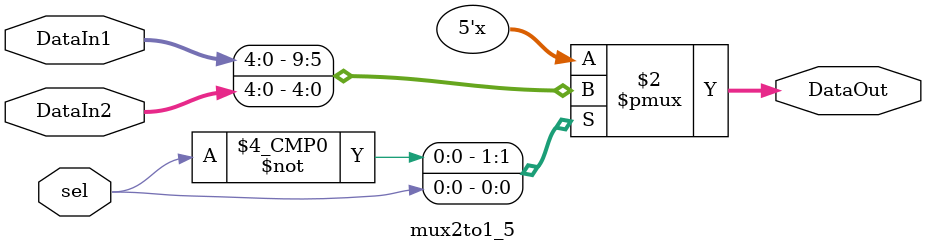
<source format=v>
`timescale 1ns / 1ps

module mux2to1_5(
    input sel,
    input [4:0] DataIn1,
    input [4:0] DataIn2,
    output reg [4:0] DataOut
);
    always@(*) begin
    case(sel)
        1'b0: DataOut = DataIn1;
        1'b1: DataOut = DataIn2;
    endcase
end 
endmodule
</source>
